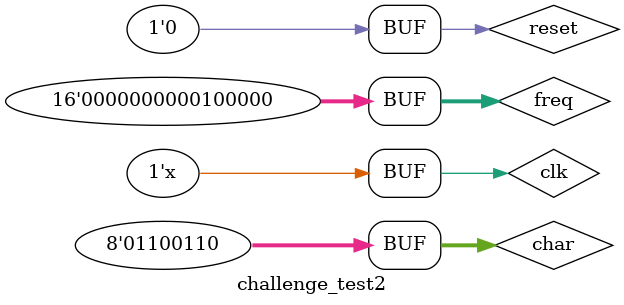
<source format=v>
`timescale 1ns / 1ps


module challenge_test2;

	// Inputs
	reg clk;
	reg reset;
	reg [7:0] char;
	reg [15:0] freq;

	// Outputs
	wire [1:0] format_type;
	wire [3:0] error_code;

	// Instantiate the Unit Under Test (UUT)
	cpu_checker uut (
		.clk(clk), 
		.reset(reset), 
		.char(char), 
		.freq(freq), 
		.format_type(format_type), 
		.error_code(error_code)
	);

	initial begin
		// Initialize Inputs
		clk = 0;
		reset = 0;
		char = 0;
		freq = 6'b100000;

		#10 char="^";
		#10 char="0";
		#10 char="0";
		#10 char="4";
		#10 char="0";
		#10 char="@";
		#10 char="0";
		#10 char="0";
		#10 char="0";
		#10 char="0";
		#10 char="3";
		#10 char="0";
		#10 char="0";
		#10 char="0";
		#10 char=":";
		#10 char=8'd42;
		#10 char="0";
		#10 char="0";
		#10 char="0";
		#10 char="0";
		#10 char="0";
		#10 char="0";
		#10 char="8";
		#10 char="8";
		#10 char="<";
		#10 char="=";
		#10 char="f";
		#10 char="f";
		#10 char="f";
		#10 char="f";
		#10 char="b";
		#10 char="5";
		#10 char="2";
		#10 char="8";
		#10 char="#";
		#10 char="^";
		#10 char="0";
		#10 char="0";
		#10 char="1";
		#10 char="6";
		#10 char="@";
		#10 char="0";
		#10 char="0";
		#10 char="0";
		#10 char="0";
		#10 char="3";
		#10 char="0";
		#10 char="0";
		#10 char="0";
		#10 char=":";
		#10 char=8'd42;
		#10 char="0";
		#10 char="0";
		#10 char="0";
		#10 char="0";
		#10 char="0";
		#10 char="0";
		#10 char="8";
		#10 char="8";
		#10 char="<";
		#10 char="=";
		#10 char="f";
		#10 char="f";
		#10 char="f";
		#10 char="f";
		#10 char="b";
		#10 char="5";
		#10 char="2";
		#10 char="8";
		#10 char="#";
		#10 char=" ";
		#10 char="a";
		#10 char="d";
		#10 char="f";

	end
always #5 clk=~clk;
      
endmodule


</source>
